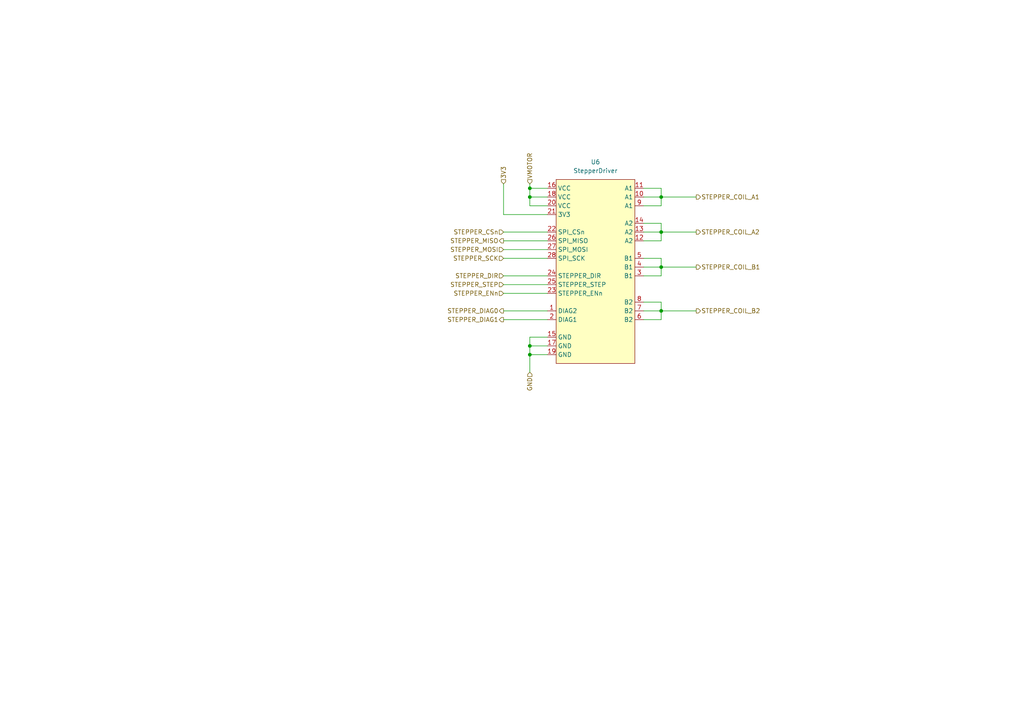
<source format=kicad_sch>
(kicad_sch (version 20211123) (generator eeschema)
  (paper "A4")
  (lib_symbols
    (symbol "PersonnalSymbolLibrary:StepperDriver"
      (property "Reference" "U" (at 2.54 2.54 0))
      (property "Value" "StepperDriver" (at 10.16 -55.88 0))
      (symbol "StepperDriver_0_1"
        (rectangle (start 0 0) (end 22.86 -53.34) (stroke (width 0.1524)) (fill (type background)))
      )
      (symbol "StepperDriver_1_1"
        (pin input line (at -2.54 -38.1 0) (length 2.54) (name "DIAG2") (number "1"))
        (pin output line (at 25.4 -5.08 180) (length 2.54) (name "A1") (number "10"))
        (pin output line (at 25.4 -2.54 180) (length 2.54) (name "A1") (number "11"))
        (pin input line (at 25.4 -17.78 180) (length 2.54) (name "A2") (number "12"))
        (pin input line (at 25.4 -15.24 180) (length 2.54) (name "A2") (number "13"))
        (pin output line (at 25.4 -12.7 180) (length 2.54) (name "A2") (number "14"))
        (pin power_in line (at -2.54 -45.72 0) (length 2.54) (name "GND") (number "15"))
        (pin power_in line (at -2.54 -2.54 0) (length 2.54) (name "VCC") (number "16"))
        (pin power_in line (at -2.54 -48.26 0) (length 2.54) (name "GND") (number "17"))
        (pin power_in line (at -2.54 -5.08 0) (length 2.54) (name "VCC") (number "18"))
        (pin power_in line (at -2.54 -50.8 0) (length 2.54) (name "GND") (number "19"))
        (pin input line (at -2.54 -40.64 0) (length 2.54) (name "DIAG1") (number "2"))
        (pin power_in line (at -2.54 -7.62 0) (length 2.54) (name "VCC") (number "20"))
        (pin power_in line (at -2.54 -10.16 0) (length 2.54) (name "3V3") (number "21"))
        (pin input line (at -2.54 -15.24 0) (length 2.54) (name "SPI_CSn") (number "22"))
        (pin input line (at -2.54 -33.02 0) (length 2.54) (name "STEPPER_ENn") (number "23"))
        (pin input line (at -2.54 -27.94 0) (length 2.54) (name "STEPPER_DIR") (number "24"))
        (pin input line (at -2.54 -30.48 0) (length 2.54) (name "STEPPER_STEP") (number "25"))
        (pin input line (at -2.54 -17.78 0) (length 2.54) (name "SPI_MISO") (number "26"))
        (pin output line (at -2.54 -20.32 0) (length 2.54) (name "SPI_MOSI") (number "27"))
        (pin output line (at -2.54 -22.86 0) (length 2.54) (name "SPI_SCK") (number "28"))
        (pin input line (at 25.4 -27.94 180) (length 2.54) (name "B1") (number "3"))
        (pin input line (at 25.4 -25.4 180) (length 2.54) (name "B1") (number "4"))
        (pin input line (at 25.4 -22.86 180) (length 2.54) (name "B1") (number "5"))
        (pin input line (at 25.4 -40.64 180) (length 2.54) (name "B2") (number "6"))
        (pin input line (at 25.4 -38.1 180) (length 2.54) (name "B2") (number "7"))
        (pin input line (at 25.4 -35.56 180) (length 2.54) (name "B2") (number "8"))
        (pin output line (at 25.4 -7.62 180) (length 2.54) (name "A1") (number "9"))
      )
    )
  )
  (junction (at 153.67 57.15))
  (junction (at 191.77 67.31))
  (junction (at 191.77 57.15))
  (junction (at 153.67 100.33))
  (junction (at 191.77 77.47))
  (junction (at 153.67 54.61))
  (junction (at 191.77 90.17))
  (junction (at 153.67 102.87))
  (wire (pts (xy 186.69 92.71) (xy 191.77 92.71)))
  (wire (pts (xy 191.77 74.93) (xy 191.77 77.47)))
  (wire (pts (xy 186.69 90.17) (xy 191.77 90.17)))
  (wire (pts (xy 146.05 92.71) (xy 158.75 92.71)))
  (wire (pts (xy 153.67 102.87) (xy 153.67 107.95)))
  (wire (pts (xy 186.69 67.31) (xy 191.77 67.31)))
  (wire (pts (xy 153.67 59.69) (xy 153.67 57.15)))
  (wire (pts (xy 158.75 57.15) (xy 153.67 57.15)))
  (wire (pts (xy 146.05 90.17) (xy 158.75 90.17)))
  (wire (pts (xy 146.05 72.39) (xy 158.75 72.39)))
  (wire (pts (xy 191.77 90.17) (xy 201.93 90.17)))
  (wire (pts (xy 186.69 87.63) (xy 191.77 87.63)))
  (wire (pts (xy 146.05 53.34) (xy 146.05 62.23)))
  (wire (pts (xy 146.05 82.55) (xy 158.75 82.55)))
  (wire (pts (xy 186.69 54.61) (xy 191.77 54.61)))
  (wire (pts (xy 191.77 59.69) (xy 191.77 57.15)))
  (wire (pts (xy 158.75 59.69) (xy 153.67 59.69)))
  (wire (pts (xy 186.69 80.01) (xy 191.77 80.01)))
  (wire (pts (xy 146.05 80.01) (xy 158.75 80.01)))
  (wire (pts (xy 191.77 54.61) (xy 191.77 57.15)))
  (wire (pts (xy 191.77 64.77) (xy 191.77 67.31)))
  (wire (pts (xy 146.05 67.31) (xy 158.75 67.31)))
  (wire (pts (xy 153.67 54.61) (xy 158.75 54.61)))
  (wire (pts (xy 146.05 62.23) (xy 158.75 62.23)))
  (wire (pts (xy 186.69 69.85) (xy 191.77 69.85)))
  (wire (pts (xy 153.67 100.33) (xy 153.67 102.87)))
  (wire (pts (xy 186.69 74.93) (xy 191.77 74.93)))
  (wire (pts (xy 146.05 69.85) (xy 158.75 69.85)))
  (wire (pts (xy 158.75 100.33) (xy 153.67 100.33)))
  (wire (pts (xy 191.77 92.71) (xy 191.77 90.17)))
  (wire (pts (xy 191.77 57.15) (xy 201.93 57.15)))
  (wire (pts (xy 153.67 57.15) (xy 153.67 54.61)))
  (wire (pts (xy 153.67 53.34) (xy 153.67 54.61)))
  (wire (pts (xy 146.05 74.93) (xy 158.75 74.93)))
  (wire (pts (xy 191.77 80.01) (xy 191.77 77.47)))
  (wire (pts (xy 146.05 85.09) (xy 158.75 85.09)))
  (wire (pts (xy 186.69 77.47) (xy 191.77 77.47)))
  (wire (pts (xy 186.69 64.77) (xy 191.77 64.77)))
  (wire (pts (xy 191.77 87.63) (xy 191.77 90.17)))
  (wire (pts (xy 191.77 67.31) (xy 201.93 67.31)))
  (wire (pts (xy 186.69 57.15) (xy 191.77 57.15)))
  (wire (pts (xy 191.77 77.47) (xy 201.93 77.47)))
  (wire (pts (xy 191.77 69.85) (xy 191.77 67.31)))
  (wire (pts (xy 153.67 102.87) (xy 158.75 102.87)))
  (wire (pts (xy 186.69 59.69) (xy 191.77 59.69)))
  (wire (pts (xy 158.75 97.79) (xy 153.67 97.79)))
  (wire (pts (xy 153.67 97.79) (xy 153.67 100.33)))
  (hierarchical_label "STEPPER_MOSI" (shape input) (at 146.05 72.39 180))
  (hierarchical_label "STEPPER_COIL_B1" (shape output) (at 201.93 77.47 0))
  (hierarchical_label "STEPPER_CSn" (shape input) (at 146.05 67.31 180))
  (hierarchical_label "STEPPER_STEP" (shape input) (at 146.05 82.55 180))
  (hierarchical_label "3V3" (shape input) (at 146.05 53.34 90))
  (hierarchical_label "STEPPER_DIAG0" (shape output) (at 146.05 90.17 180))
  (hierarchical_label "STEPPER_MISO" (shape output) (at 146.05 69.85 180))
  (hierarchical_label "STEPPER_SCK" (shape input) (at 146.05 74.93 180))
  (hierarchical_label "GND" (shape input) (at 153.67 107.95 270))
  (hierarchical_label "STEPPER_COIL_B2" (shape output) (at 201.93 90.17 0))
  (hierarchical_label "STEPPER_DIAG1" (shape output) (at 146.05 92.71 180))
  (hierarchical_label "STEPPER_ENn" (shape input) (at 146.05 85.09 180))
  (hierarchical_label "STEPPER_DIR" (shape input) (at 146.05 80.01 180))
  (hierarchical_label "STEPPER_COIL_A1" (shape output) (at 201.93 57.15 0))
  (hierarchical_label "VMOTOR" (shape input) (at 153.67 53.34 90))
  (hierarchical_label "STEPPER_COIL_A2" (shape output) (at 201.93 67.31 0))
  (symbol (lib_id "PersonnalSymbolLibrary:StepperDriver") (at 161.29 52.07 0) (unit 1)
    (property "Reference" "U6" (at 172.72 46.99 0))
    (property "Value" "StepperDriver" (at 172.72 49.53 0))
    (property "Footprint" "PersonnalFootprintLibrary:StepperDriver" (effects hide))
  )
)
</source>
